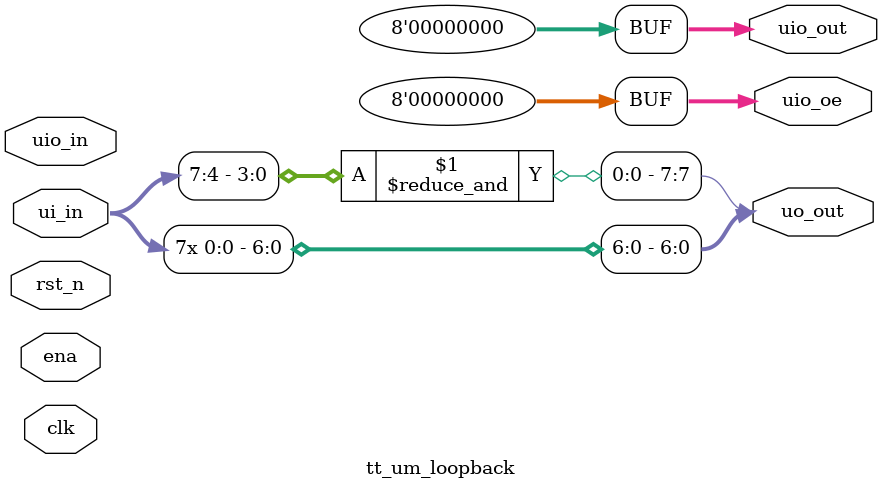
<source format=v>
/*
 * tt_um_loopback.v
 *
 * Loopback test user module
 *
 * Author: Sylvain Munaut <tnt@246tNt.com>
 */

`default_nettype none

module tt_um_loopback (
	input  wire [7:0] ui_in,	// Dedicated inputs
	output wire [7:0] uo_out,	// Dedicated outputs
	input  wire [7:0] uio_in,	// IOs: Input path
	output wire [7:0] uio_out,	// IOs: Output path
	output wire [7:0] uio_oe,	// IOs: Enable path (active high: 0=input, 1=output)
	input  wire       ena,
	input  wire       clk,
	input  wire       rst_n
);

	assign uo_out[6:0] = {7{ui_in[0]}};
	assign uo_out[7] = &ui_in[7:4];

	assign uio_out = 0;
	assign uio_oe = 0;

endmodule // tt_um_loopback

</source>
